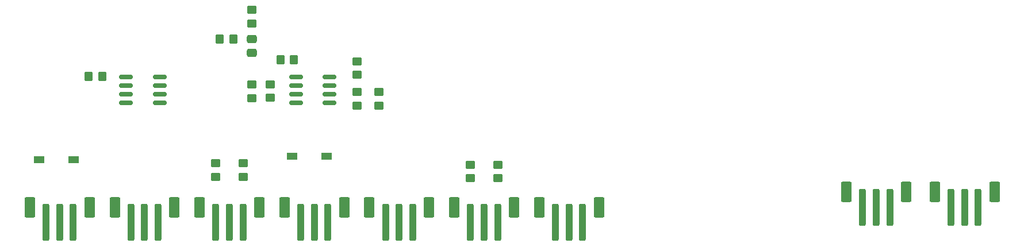
<source format=gbr>
%TF.GenerationSoftware,KiCad,Pcbnew,(6.0.1)*%
%TF.CreationDate,2022-02-21T20:53:04-05:00*%
%TF.ProjectId,uv_back,75765f62-6163-46b2-9e6b-696361645f70,rev?*%
%TF.SameCoordinates,Original*%
%TF.FileFunction,Paste,Bot*%
%TF.FilePolarity,Positive*%
%FSLAX46Y46*%
G04 Gerber Fmt 4.6, Leading zero omitted, Abs format (unit mm)*
G04 Created by KiCad (PCBNEW (6.0.1)) date 2022-02-21 20:53:04*
%MOMM*%
%LPD*%
G01*
G04 APERTURE LIST*
G04 Aperture macros list*
%AMRoundRect*
0 Rectangle with rounded corners*
0 $1 Rounding radius*
0 $2 $3 $4 $5 $6 $7 $8 $9 X,Y pos of 4 corners*
0 Add a 4 corners polygon primitive as box body*
4,1,4,$2,$3,$4,$5,$6,$7,$8,$9,$2,$3,0*
0 Add four circle primitives for the rounded corners*
1,1,$1+$1,$2,$3*
1,1,$1+$1,$4,$5*
1,1,$1+$1,$6,$7*
1,1,$1+$1,$8,$9*
0 Add four rect primitives between the rounded corners*
20,1,$1+$1,$2,$3,$4,$5,0*
20,1,$1+$1,$4,$5,$6,$7,0*
20,1,$1+$1,$6,$7,$8,$9,0*
20,1,$1+$1,$8,$9,$2,$3,0*%
G04 Aperture macros list end*
%ADD10RoundRect,0.250000X0.450000X-0.350000X0.450000X0.350000X-0.450000X0.350000X-0.450000X-0.350000X0*%
%ADD11RoundRect,0.250000X-0.350000X-0.450000X0.350000X-0.450000X0.350000X0.450000X-0.350000X0.450000X0*%
%ADD12RoundRect,0.250000X0.250000X2.500000X-0.250000X2.500000X-0.250000X-2.500000X0.250000X-2.500000X0*%
%ADD13RoundRect,0.250000X0.550000X1.250000X-0.550000X1.250000X-0.550000X-1.250000X0.550000X-1.250000X0*%
%ADD14RoundRect,0.150000X0.825000X0.150000X-0.825000X0.150000X-0.825000X-0.150000X0.825000X-0.150000X0*%
%ADD15RoundRect,0.250000X-0.450000X0.350000X-0.450000X-0.350000X0.450000X-0.350000X0.450000X0.350000X0*%
%ADD16R,1.600000X1.000000*%
%ADD17RoundRect,0.250000X0.475000X-0.337500X0.475000X0.337500X-0.475000X0.337500X-0.475000X-0.337500X0*%
G04 APERTURE END LIST*
D10*
%TO.C,R9*%
X102000000Y-102672353D03*
X102000000Y-100672353D03*
%TD*%
D11*
%TO.C,R10*%
X97325000Y-93950000D03*
X99325000Y-93950000D03*
%TD*%
D12*
%TO.C,J8*%
X196000000Y-118750000D03*
X194000000Y-118750000D03*
X192000000Y-118750000D03*
D13*
X198400000Y-116500000D03*
X189600000Y-116500000D03*
%TD*%
D14*
%TO.C,U1*%
X88475000Y-99595000D03*
X88475000Y-100865000D03*
X88475000Y-102135000D03*
X88475000Y-103405000D03*
X83525000Y-103405000D03*
X83525000Y-102135000D03*
X83525000Y-100865000D03*
X83525000Y-99595000D03*
%TD*%
D10*
%TO.C,R11*%
X102050000Y-91650000D03*
X102050000Y-89650000D03*
%TD*%
D15*
%TO.C,R7*%
X138250000Y-112500000D03*
X138250000Y-114500000D03*
%TD*%
D12*
%TO.C,J6*%
X138250000Y-121000000D03*
X136250000Y-121000000D03*
X134250000Y-121000000D03*
D13*
X131850000Y-118750000D03*
X140650000Y-118750000D03*
%TD*%
D12*
%TO.C,J7*%
X209000000Y-118750000D03*
X207000000Y-118750000D03*
X205000000Y-118750000D03*
D13*
X202600000Y-116500000D03*
X211400000Y-116500000D03*
%TD*%
D10*
%TO.C,C3*%
X104750000Y-102646953D03*
X104750000Y-100646953D03*
%TD*%
D16*
%TO.C,SW1*%
X107960000Y-111250000D03*
X113040000Y-111250000D03*
%TD*%
D15*
%TO.C,R8*%
X134250000Y-112500000D03*
X134250000Y-114500000D03*
%TD*%
D12*
%TO.C,J9*%
X150750000Y-121000000D03*
X148750000Y-121000000D03*
X146750000Y-121000000D03*
D13*
X153150000Y-118750000D03*
X144350000Y-118750000D03*
%TD*%
D17*
%TO.C,C4*%
X102025000Y-96037500D03*
X102025000Y-93962500D03*
%TD*%
D12*
%TO.C,J5*%
X100750000Y-121000000D03*
X98750000Y-121000000D03*
X96750000Y-121000000D03*
D13*
X103150000Y-118750000D03*
X94350000Y-118750000D03*
%TD*%
D16*
%TO.C,SW2*%
X70710000Y-111750000D03*
X75790000Y-111750000D03*
%TD*%
D14*
%TO.C,U2*%
X113475000Y-99595000D03*
X113475000Y-100865000D03*
X113475000Y-102135000D03*
X113475000Y-103405000D03*
X108525000Y-103405000D03*
X108525000Y-102135000D03*
X108525000Y-100865000D03*
X108525000Y-99595000D03*
%TD*%
D10*
%TO.C,R1*%
X117500000Y-99250000D03*
X117500000Y-97250000D03*
%TD*%
D11*
%TO.C,C1*%
X78000000Y-99500000D03*
X80000000Y-99500000D03*
%TD*%
D15*
%TO.C,R6*%
X96750000Y-112250000D03*
X96750000Y-114250000D03*
%TD*%
D10*
%TO.C,C5*%
X120750000Y-103750000D03*
X120750000Y-101750000D03*
%TD*%
D12*
%TO.C,J2*%
X75750000Y-121000000D03*
X73750000Y-121000000D03*
X71750000Y-121000000D03*
D13*
X78150000Y-118750000D03*
X69350000Y-118750000D03*
%TD*%
D11*
%TO.C,C2*%
X106250000Y-97000000D03*
X108250000Y-97000000D03*
%TD*%
D12*
%TO.C,J1*%
X113250000Y-121000000D03*
X111250000Y-121000000D03*
X109250000Y-121000000D03*
D13*
X106850000Y-118750000D03*
X115650000Y-118750000D03*
%TD*%
D15*
%TO.C,R5*%
X100750000Y-112250000D03*
X100750000Y-114250000D03*
%TD*%
D10*
%TO.C,R2*%
X117500000Y-103750000D03*
X117500000Y-101750000D03*
%TD*%
D12*
%TO.C,J4*%
X125750000Y-121000000D03*
X123750000Y-121000000D03*
X121750000Y-121000000D03*
D13*
X119350000Y-118750000D03*
X128150000Y-118750000D03*
%TD*%
D12*
%TO.C,J3*%
X88250000Y-121000000D03*
X86250000Y-121000000D03*
X84250000Y-121000000D03*
D13*
X90650000Y-118750000D03*
X81850000Y-118750000D03*
%TD*%
M02*

</source>
